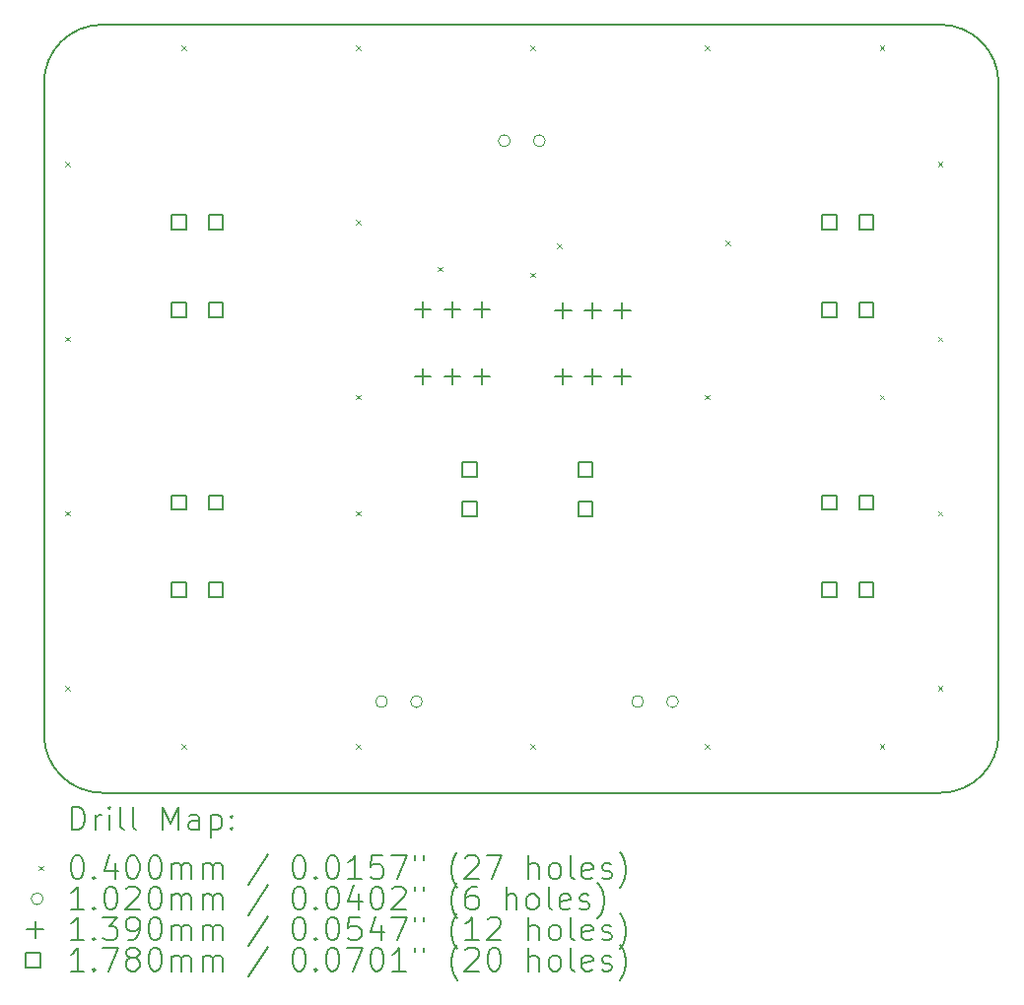
<source format=gbr>
%TF.GenerationSoftware,KiCad,Pcbnew,7.0.2*%
%TF.CreationDate,2023-09-20T10:41:03-05:00*%
%TF.ProjectId,Power-Secondary,506f7765-722d-4536-9563-6f6e64617279,rev?*%
%TF.SameCoordinates,Original*%
%TF.FileFunction,Drillmap*%
%TF.FilePolarity,Positive*%
%FSLAX45Y45*%
G04 Gerber Fmt 4.5, Leading zero omitted, Abs format (unit mm)*
G04 Created by KiCad (PCBNEW 7.0.2) date 2023-09-20 10:41:03*
%MOMM*%
%LPD*%
G01*
G04 APERTURE LIST*
%ADD10C,0.150000*%
%ADD11C,0.200000*%
%ADD12C,0.040000*%
%ADD13C,0.102000*%
%ADD14C,0.139000*%
%ADD15C,0.178000*%
G04 APERTURE END LIST*
D10*
X17000000Y-4800000D02*
X17000000Y-10400000D01*
X16500000Y-10900000D02*
G75*
G03*
X17000000Y-10400000I0J500000D01*
G01*
X9300000Y-4300000D02*
G75*
G03*
X8800000Y-4800000I0J-500000D01*
G01*
X17000000Y-4800000D02*
G75*
G03*
X16500000Y-4300000I-500000J0D01*
G01*
X9300000Y-4300000D02*
X16500000Y-4300000D01*
X9300000Y-10900000D02*
X16500000Y-10900000D01*
X8800000Y-4800000D02*
X8800000Y-10400000D01*
X8800000Y-10400000D02*
G75*
G03*
X9300000Y-10900000I500000J0D01*
G01*
D11*
D12*
X8980000Y-5480000D02*
X9020000Y-5520000D01*
X9020000Y-5480000D02*
X8980000Y-5520000D01*
X8980000Y-6980000D02*
X9020000Y-7020000D01*
X9020000Y-6980000D02*
X8980000Y-7020000D01*
X8980000Y-8480000D02*
X9020000Y-8520000D01*
X9020000Y-8480000D02*
X8980000Y-8520000D01*
X8980000Y-9980000D02*
X9020000Y-10020000D01*
X9020000Y-9980000D02*
X8980000Y-10020000D01*
X9980000Y-4480000D02*
X10020000Y-4520000D01*
X10020000Y-4480000D02*
X9980000Y-4520000D01*
X9980000Y-10480000D02*
X10020000Y-10520000D01*
X10020000Y-10480000D02*
X9980000Y-10520000D01*
X11480000Y-4480000D02*
X11520000Y-4520000D01*
X11520000Y-4480000D02*
X11480000Y-4520000D01*
X11480000Y-5980000D02*
X11520000Y-6020000D01*
X11520000Y-5980000D02*
X11480000Y-6020000D01*
X11480000Y-7480000D02*
X11520000Y-7520000D01*
X11520000Y-7480000D02*
X11480000Y-7520000D01*
X11480000Y-8480000D02*
X11520000Y-8520000D01*
X11520000Y-8480000D02*
X11480000Y-8520000D01*
X11480000Y-10480000D02*
X11520000Y-10520000D01*
X11520000Y-10480000D02*
X11480000Y-10520000D01*
X12180000Y-6380000D02*
X12220000Y-6420000D01*
X12220000Y-6380000D02*
X12180000Y-6420000D01*
X12980000Y-4480000D02*
X13020000Y-4520000D01*
X13020000Y-4480000D02*
X12980000Y-4520000D01*
X12980000Y-6430000D02*
X13020000Y-6470000D01*
X13020000Y-6430000D02*
X12980000Y-6470000D01*
X12980000Y-10480000D02*
X13020000Y-10520000D01*
X13020000Y-10480000D02*
X12980000Y-10520000D01*
X13205000Y-6180000D02*
X13245000Y-6220000D01*
X13245000Y-6180000D02*
X13205000Y-6220000D01*
X14480000Y-4480000D02*
X14520000Y-4520000D01*
X14520000Y-4480000D02*
X14480000Y-4520000D01*
X14480000Y-7480000D02*
X14520000Y-7520000D01*
X14520000Y-7480000D02*
X14480000Y-7520000D01*
X14480000Y-10480000D02*
X14520000Y-10520000D01*
X14520000Y-10480000D02*
X14480000Y-10520000D01*
X14655000Y-6155000D02*
X14695000Y-6195000D01*
X14695000Y-6155000D02*
X14655000Y-6195000D01*
X15980000Y-4480000D02*
X16020000Y-4520000D01*
X16020000Y-4480000D02*
X15980000Y-4520000D01*
X15980000Y-7480000D02*
X16020000Y-7520000D01*
X16020000Y-7480000D02*
X15980000Y-7520000D01*
X15980000Y-10480000D02*
X16020000Y-10520000D01*
X16020000Y-10480000D02*
X15980000Y-10520000D01*
X16480000Y-5480000D02*
X16520000Y-5520000D01*
X16520000Y-5480000D02*
X16480000Y-5520000D01*
X16480000Y-6980000D02*
X16520000Y-7020000D01*
X16520000Y-6980000D02*
X16480000Y-7020000D01*
X16480000Y-8480000D02*
X16520000Y-8520000D01*
X16520000Y-8480000D02*
X16480000Y-8520000D01*
X16480000Y-9980000D02*
X16520000Y-10020000D01*
X16520000Y-9980000D02*
X16480000Y-10020000D01*
D13*
X11751000Y-10116500D02*
G75*
G03*
X11751000Y-10116500I-51000J0D01*
G01*
X12051000Y-10116500D02*
G75*
G03*
X12051000Y-10116500I-51000J0D01*
G01*
X12805900Y-5297300D02*
G75*
G03*
X12805900Y-5297300I-51000J0D01*
G01*
X13105900Y-5297300D02*
G75*
G03*
X13105900Y-5297300I-51000J0D01*
G01*
X13951000Y-10116500D02*
G75*
G03*
X13951000Y-10116500I-51000J0D01*
G01*
X14251000Y-10116500D02*
G75*
G03*
X14251000Y-10116500I-51000J0D01*
G01*
D14*
X12054000Y-6679000D02*
X12054000Y-6818000D01*
X11984500Y-6748500D02*
X12123500Y-6748500D01*
X12054000Y-7250500D02*
X12054000Y-7389500D01*
X11984500Y-7320000D02*
X12123500Y-7320000D01*
X12308000Y-6679000D02*
X12308000Y-6818000D01*
X12238500Y-6748500D02*
X12377500Y-6748500D01*
X12308000Y-7250500D02*
X12308000Y-7389500D01*
X12238500Y-7320000D02*
X12377500Y-7320000D01*
X12562000Y-6679000D02*
X12562000Y-6818000D01*
X12492500Y-6748500D02*
X12631500Y-6748500D01*
X12562000Y-7250500D02*
X12562000Y-7389500D01*
X12492500Y-7320000D02*
X12631500Y-7320000D01*
X13260500Y-6683000D02*
X13260500Y-6822000D01*
X13191000Y-6752500D02*
X13330000Y-6752500D01*
X13260500Y-7250500D02*
X13260500Y-7389500D01*
X13191000Y-7320000D02*
X13330000Y-7320000D01*
X13514500Y-6683000D02*
X13514500Y-6822000D01*
X13445000Y-6752500D02*
X13584000Y-6752500D01*
X13514500Y-7250500D02*
X13514500Y-7389500D01*
X13445000Y-7320000D02*
X13584000Y-7320000D01*
X13768500Y-6683000D02*
X13768500Y-6822000D01*
X13699000Y-6752500D02*
X13838000Y-6752500D01*
X13768500Y-7250500D02*
X13768500Y-7389500D01*
X13699000Y-7320000D02*
X13838000Y-7320000D01*
D15*
X10020933Y-6062433D02*
X10020933Y-5936567D01*
X9895067Y-5936567D01*
X9895067Y-6062433D01*
X10020933Y-6062433D01*
X10020933Y-6811433D02*
X10020933Y-6685567D01*
X9895067Y-6685567D01*
X9895067Y-6811433D01*
X10020933Y-6811433D01*
X10020933Y-8468933D02*
X10020933Y-8343067D01*
X9895067Y-8343067D01*
X9895067Y-8468933D01*
X10020933Y-8468933D01*
X10020933Y-9217933D02*
X10020933Y-9092067D01*
X9895067Y-9092067D01*
X9895067Y-9217933D01*
X10020933Y-9217933D01*
X10338933Y-6062433D02*
X10338933Y-5936567D01*
X10213067Y-5936567D01*
X10213067Y-6062433D01*
X10338933Y-6062433D01*
X10338933Y-6811433D02*
X10338933Y-6685567D01*
X10213067Y-6685567D01*
X10213067Y-6811433D01*
X10338933Y-6811433D01*
X10338933Y-8468933D02*
X10338933Y-8343067D01*
X10213067Y-8343067D01*
X10213067Y-8468933D01*
X10338933Y-8468933D01*
X10338933Y-9217933D02*
X10338933Y-9092067D01*
X10213067Y-9092067D01*
X10213067Y-9217933D01*
X10338933Y-9217933D01*
X12521933Y-8185933D02*
X12521933Y-8060067D01*
X12396067Y-8060067D01*
X12396067Y-8185933D01*
X12521933Y-8185933D01*
X12521933Y-8525933D02*
X12521933Y-8400067D01*
X12396067Y-8400067D01*
X12396067Y-8525933D01*
X12521933Y-8525933D01*
X13513933Y-8185933D02*
X13513933Y-8060067D01*
X13388067Y-8060067D01*
X13388067Y-8185933D01*
X13513933Y-8185933D01*
X13513933Y-8525933D02*
X13513933Y-8400067D01*
X13388067Y-8400067D01*
X13388067Y-8525933D01*
X13513933Y-8525933D01*
X15609433Y-6062433D02*
X15609433Y-5936567D01*
X15483567Y-5936567D01*
X15483567Y-6062433D01*
X15609433Y-6062433D01*
X15609433Y-6811433D02*
X15609433Y-6685567D01*
X15483567Y-6685567D01*
X15483567Y-6811433D01*
X15609433Y-6811433D01*
X15609433Y-8468933D02*
X15609433Y-8343067D01*
X15483567Y-8343067D01*
X15483567Y-8468933D01*
X15609433Y-8468933D01*
X15609433Y-9217933D02*
X15609433Y-9092067D01*
X15483567Y-9092067D01*
X15483567Y-9217933D01*
X15609433Y-9217933D01*
X15927433Y-6062433D02*
X15927433Y-5936567D01*
X15801567Y-5936567D01*
X15801567Y-6062433D01*
X15927433Y-6062433D01*
X15927433Y-6811433D02*
X15927433Y-6685567D01*
X15801567Y-6685567D01*
X15801567Y-6811433D01*
X15927433Y-6811433D01*
X15927433Y-8468933D02*
X15927433Y-8343067D01*
X15801567Y-8343067D01*
X15801567Y-8468933D01*
X15927433Y-8468933D01*
X15927433Y-9217933D02*
X15927433Y-9092067D01*
X15801567Y-9092067D01*
X15801567Y-9217933D01*
X15927433Y-9217933D01*
D11*
X9040119Y-11220024D02*
X9040119Y-11020024D01*
X9040119Y-11020024D02*
X9087738Y-11020024D01*
X9087738Y-11020024D02*
X9116310Y-11029548D01*
X9116310Y-11029548D02*
X9135357Y-11048595D01*
X9135357Y-11048595D02*
X9144881Y-11067643D01*
X9144881Y-11067643D02*
X9154405Y-11105738D01*
X9154405Y-11105738D02*
X9154405Y-11134310D01*
X9154405Y-11134310D02*
X9144881Y-11172405D01*
X9144881Y-11172405D02*
X9135357Y-11191452D01*
X9135357Y-11191452D02*
X9116310Y-11210500D01*
X9116310Y-11210500D02*
X9087738Y-11220024D01*
X9087738Y-11220024D02*
X9040119Y-11220024D01*
X9240119Y-11220024D02*
X9240119Y-11086690D01*
X9240119Y-11124786D02*
X9249643Y-11105738D01*
X9249643Y-11105738D02*
X9259167Y-11096214D01*
X9259167Y-11096214D02*
X9278214Y-11086690D01*
X9278214Y-11086690D02*
X9297262Y-11086690D01*
X9363929Y-11220024D02*
X9363929Y-11086690D01*
X9363929Y-11020024D02*
X9354405Y-11029548D01*
X9354405Y-11029548D02*
X9363929Y-11039071D01*
X9363929Y-11039071D02*
X9373452Y-11029548D01*
X9373452Y-11029548D02*
X9363929Y-11020024D01*
X9363929Y-11020024D02*
X9363929Y-11039071D01*
X9487738Y-11220024D02*
X9468690Y-11210500D01*
X9468690Y-11210500D02*
X9459167Y-11191452D01*
X9459167Y-11191452D02*
X9459167Y-11020024D01*
X9592500Y-11220024D02*
X9573452Y-11210500D01*
X9573452Y-11210500D02*
X9563929Y-11191452D01*
X9563929Y-11191452D02*
X9563929Y-11020024D01*
X9821071Y-11220024D02*
X9821071Y-11020024D01*
X9821071Y-11020024D02*
X9887738Y-11162881D01*
X9887738Y-11162881D02*
X9954405Y-11020024D01*
X9954405Y-11020024D02*
X9954405Y-11220024D01*
X10135357Y-11220024D02*
X10135357Y-11115262D01*
X10135357Y-11115262D02*
X10125833Y-11096214D01*
X10125833Y-11096214D02*
X10106786Y-11086690D01*
X10106786Y-11086690D02*
X10068690Y-11086690D01*
X10068690Y-11086690D02*
X10049643Y-11096214D01*
X10135357Y-11210500D02*
X10116310Y-11220024D01*
X10116310Y-11220024D02*
X10068690Y-11220024D01*
X10068690Y-11220024D02*
X10049643Y-11210500D01*
X10049643Y-11210500D02*
X10040119Y-11191452D01*
X10040119Y-11191452D02*
X10040119Y-11172405D01*
X10040119Y-11172405D02*
X10049643Y-11153357D01*
X10049643Y-11153357D02*
X10068690Y-11143833D01*
X10068690Y-11143833D02*
X10116310Y-11143833D01*
X10116310Y-11143833D02*
X10135357Y-11134310D01*
X10230595Y-11086690D02*
X10230595Y-11286690D01*
X10230595Y-11096214D02*
X10249643Y-11086690D01*
X10249643Y-11086690D02*
X10287738Y-11086690D01*
X10287738Y-11086690D02*
X10306786Y-11096214D01*
X10306786Y-11096214D02*
X10316310Y-11105738D01*
X10316310Y-11105738D02*
X10325833Y-11124786D01*
X10325833Y-11124786D02*
X10325833Y-11181929D01*
X10325833Y-11181929D02*
X10316310Y-11200976D01*
X10316310Y-11200976D02*
X10306786Y-11210500D01*
X10306786Y-11210500D02*
X10287738Y-11220024D01*
X10287738Y-11220024D02*
X10249643Y-11220024D01*
X10249643Y-11220024D02*
X10230595Y-11210500D01*
X10411548Y-11200976D02*
X10421071Y-11210500D01*
X10421071Y-11210500D02*
X10411548Y-11220024D01*
X10411548Y-11220024D02*
X10402024Y-11210500D01*
X10402024Y-11210500D02*
X10411548Y-11200976D01*
X10411548Y-11200976D02*
X10411548Y-11220024D01*
X10411548Y-11096214D02*
X10421071Y-11105738D01*
X10421071Y-11105738D02*
X10411548Y-11115262D01*
X10411548Y-11115262D02*
X10402024Y-11105738D01*
X10402024Y-11105738D02*
X10411548Y-11096214D01*
X10411548Y-11096214D02*
X10411548Y-11115262D01*
D12*
X8752500Y-11527500D02*
X8792500Y-11567500D01*
X8792500Y-11527500D02*
X8752500Y-11567500D01*
D11*
X9078214Y-11440024D02*
X9097262Y-11440024D01*
X9097262Y-11440024D02*
X9116310Y-11449548D01*
X9116310Y-11449548D02*
X9125833Y-11459071D01*
X9125833Y-11459071D02*
X9135357Y-11478119D01*
X9135357Y-11478119D02*
X9144881Y-11516214D01*
X9144881Y-11516214D02*
X9144881Y-11563833D01*
X9144881Y-11563833D02*
X9135357Y-11601928D01*
X9135357Y-11601928D02*
X9125833Y-11620976D01*
X9125833Y-11620976D02*
X9116310Y-11630500D01*
X9116310Y-11630500D02*
X9097262Y-11640024D01*
X9097262Y-11640024D02*
X9078214Y-11640024D01*
X9078214Y-11640024D02*
X9059167Y-11630500D01*
X9059167Y-11630500D02*
X9049643Y-11620976D01*
X9049643Y-11620976D02*
X9040119Y-11601928D01*
X9040119Y-11601928D02*
X9030595Y-11563833D01*
X9030595Y-11563833D02*
X9030595Y-11516214D01*
X9030595Y-11516214D02*
X9040119Y-11478119D01*
X9040119Y-11478119D02*
X9049643Y-11459071D01*
X9049643Y-11459071D02*
X9059167Y-11449548D01*
X9059167Y-11449548D02*
X9078214Y-11440024D01*
X9230595Y-11620976D02*
X9240119Y-11630500D01*
X9240119Y-11630500D02*
X9230595Y-11640024D01*
X9230595Y-11640024D02*
X9221071Y-11630500D01*
X9221071Y-11630500D02*
X9230595Y-11620976D01*
X9230595Y-11620976D02*
X9230595Y-11640024D01*
X9411548Y-11506690D02*
X9411548Y-11640024D01*
X9363929Y-11430500D02*
X9316310Y-11573357D01*
X9316310Y-11573357D02*
X9440119Y-11573357D01*
X9554405Y-11440024D02*
X9573452Y-11440024D01*
X9573452Y-11440024D02*
X9592500Y-11449548D01*
X9592500Y-11449548D02*
X9602024Y-11459071D01*
X9602024Y-11459071D02*
X9611548Y-11478119D01*
X9611548Y-11478119D02*
X9621071Y-11516214D01*
X9621071Y-11516214D02*
X9621071Y-11563833D01*
X9621071Y-11563833D02*
X9611548Y-11601928D01*
X9611548Y-11601928D02*
X9602024Y-11620976D01*
X9602024Y-11620976D02*
X9592500Y-11630500D01*
X9592500Y-11630500D02*
X9573452Y-11640024D01*
X9573452Y-11640024D02*
X9554405Y-11640024D01*
X9554405Y-11640024D02*
X9535357Y-11630500D01*
X9535357Y-11630500D02*
X9525833Y-11620976D01*
X9525833Y-11620976D02*
X9516310Y-11601928D01*
X9516310Y-11601928D02*
X9506786Y-11563833D01*
X9506786Y-11563833D02*
X9506786Y-11516214D01*
X9506786Y-11516214D02*
X9516310Y-11478119D01*
X9516310Y-11478119D02*
X9525833Y-11459071D01*
X9525833Y-11459071D02*
X9535357Y-11449548D01*
X9535357Y-11449548D02*
X9554405Y-11440024D01*
X9744881Y-11440024D02*
X9763929Y-11440024D01*
X9763929Y-11440024D02*
X9782976Y-11449548D01*
X9782976Y-11449548D02*
X9792500Y-11459071D01*
X9792500Y-11459071D02*
X9802024Y-11478119D01*
X9802024Y-11478119D02*
X9811548Y-11516214D01*
X9811548Y-11516214D02*
X9811548Y-11563833D01*
X9811548Y-11563833D02*
X9802024Y-11601928D01*
X9802024Y-11601928D02*
X9792500Y-11620976D01*
X9792500Y-11620976D02*
X9782976Y-11630500D01*
X9782976Y-11630500D02*
X9763929Y-11640024D01*
X9763929Y-11640024D02*
X9744881Y-11640024D01*
X9744881Y-11640024D02*
X9725833Y-11630500D01*
X9725833Y-11630500D02*
X9716310Y-11620976D01*
X9716310Y-11620976D02*
X9706786Y-11601928D01*
X9706786Y-11601928D02*
X9697262Y-11563833D01*
X9697262Y-11563833D02*
X9697262Y-11516214D01*
X9697262Y-11516214D02*
X9706786Y-11478119D01*
X9706786Y-11478119D02*
X9716310Y-11459071D01*
X9716310Y-11459071D02*
X9725833Y-11449548D01*
X9725833Y-11449548D02*
X9744881Y-11440024D01*
X9897262Y-11640024D02*
X9897262Y-11506690D01*
X9897262Y-11525738D02*
X9906786Y-11516214D01*
X9906786Y-11516214D02*
X9925833Y-11506690D01*
X9925833Y-11506690D02*
X9954405Y-11506690D01*
X9954405Y-11506690D02*
X9973452Y-11516214D01*
X9973452Y-11516214D02*
X9982976Y-11535262D01*
X9982976Y-11535262D02*
X9982976Y-11640024D01*
X9982976Y-11535262D02*
X9992500Y-11516214D01*
X9992500Y-11516214D02*
X10011548Y-11506690D01*
X10011548Y-11506690D02*
X10040119Y-11506690D01*
X10040119Y-11506690D02*
X10059167Y-11516214D01*
X10059167Y-11516214D02*
X10068691Y-11535262D01*
X10068691Y-11535262D02*
X10068691Y-11640024D01*
X10163929Y-11640024D02*
X10163929Y-11506690D01*
X10163929Y-11525738D02*
X10173452Y-11516214D01*
X10173452Y-11516214D02*
X10192500Y-11506690D01*
X10192500Y-11506690D02*
X10221072Y-11506690D01*
X10221072Y-11506690D02*
X10240119Y-11516214D01*
X10240119Y-11516214D02*
X10249643Y-11535262D01*
X10249643Y-11535262D02*
X10249643Y-11640024D01*
X10249643Y-11535262D02*
X10259167Y-11516214D01*
X10259167Y-11516214D02*
X10278214Y-11506690D01*
X10278214Y-11506690D02*
X10306786Y-11506690D01*
X10306786Y-11506690D02*
X10325833Y-11516214D01*
X10325833Y-11516214D02*
X10335357Y-11535262D01*
X10335357Y-11535262D02*
X10335357Y-11640024D01*
X10725833Y-11430500D02*
X10554405Y-11687643D01*
X10982976Y-11440024D02*
X11002024Y-11440024D01*
X11002024Y-11440024D02*
X11021072Y-11449548D01*
X11021072Y-11449548D02*
X11030595Y-11459071D01*
X11030595Y-11459071D02*
X11040119Y-11478119D01*
X11040119Y-11478119D02*
X11049643Y-11516214D01*
X11049643Y-11516214D02*
X11049643Y-11563833D01*
X11049643Y-11563833D02*
X11040119Y-11601928D01*
X11040119Y-11601928D02*
X11030595Y-11620976D01*
X11030595Y-11620976D02*
X11021072Y-11630500D01*
X11021072Y-11630500D02*
X11002024Y-11640024D01*
X11002024Y-11640024D02*
X10982976Y-11640024D01*
X10982976Y-11640024D02*
X10963929Y-11630500D01*
X10963929Y-11630500D02*
X10954405Y-11620976D01*
X10954405Y-11620976D02*
X10944881Y-11601928D01*
X10944881Y-11601928D02*
X10935357Y-11563833D01*
X10935357Y-11563833D02*
X10935357Y-11516214D01*
X10935357Y-11516214D02*
X10944881Y-11478119D01*
X10944881Y-11478119D02*
X10954405Y-11459071D01*
X10954405Y-11459071D02*
X10963929Y-11449548D01*
X10963929Y-11449548D02*
X10982976Y-11440024D01*
X11135357Y-11620976D02*
X11144881Y-11630500D01*
X11144881Y-11630500D02*
X11135357Y-11640024D01*
X11135357Y-11640024D02*
X11125834Y-11630500D01*
X11125834Y-11630500D02*
X11135357Y-11620976D01*
X11135357Y-11620976D02*
X11135357Y-11640024D01*
X11268691Y-11440024D02*
X11287738Y-11440024D01*
X11287738Y-11440024D02*
X11306786Y-11449548D01*
X11306786Y-11449548D02*
X11316310Y-11459071D01*
X11316310Y-11459071D02*
X11325833Y-11478119D01*
X11325833Y-11478119D02*
X11335357Y-11516214D01*
X11335357Y-11516214D02*
X11335357Y-11563833D01*
X11335357Y-11563833D02*
X11325833Y-11601928D01*
X11325833Y-11601928D02*
X11316310Y-11620976D01*
X11316310Y-11620976D02*
X11306786Y-11630500D01*
X11306786Y-11630500D02*
X11287738Y-11640024D01*
X11287738Y-11640024D02*
X11268691Y-11640024D01*
X11268691Y-11640024D02*
X11249643Y-11630500D01*
X11249643Y-11630500D02*
X11240119Y-11620976D01*
X11240119Y-11620976D02*
X11230595Y-11601928D01*
X11230595Y-11601928D02*
X11221072Y-11563833D01*
X11221072Y-11563833D02*
X11221072Y-11516214D01*
X11221072Y-11516214D02*
X11230595Y-11478119D01*
X11230595Y-11478119D02*
X11240119Y-11459071D01*
X11240119Y-11459071D02*
X11249643Y-11449548D01*
X11249643Y-11449548D02*
X11268691Y-11440024D01*
X11525833Y-11640024D02*
X11411548Y-11640024D01*
X11468691Y-11640024D02*
X11468691Y-11440024D01*
X11468691Y-11440024D02*
X11449643Y-11468595D01*
X11449643Y-11468595D02*
X11430595Y-11487643D01*
X11430595Y-11487643D02*
X11411548Y-11497167D01*
X11706786Y-11440024D02*
X11611548Y-11440024D01*
X11611548Y-11440024D02*
X11602024Y-11535262D01*
X11602024Y-11535262D02*
X11611548Y-11525738D01*
X11611548Y-11525738D02*
X11630595Y-11516214D01*
X11630595Y-11516214D02*
X11678214Y-11516214D01*
X11678214Y-11516214D02*
X11697262Y-11525738D01*
X11697262Y-11525738D02*
X11706786Y-11535262D01*
X11706786Y-11535262D02*
X11716310Y-11554309D01*
X11716310Y-11554309D02*
X11716310Y-11601928D01*
X11716310Y-11601928D02*
X11706786Y-11620976D01*
X11706786Y-11620976D02*
X11697262Y-11630500D01*
X11697262Y-11630500D02*
X11678214Y-11640024D01*
X11678214Y-11640024D02*
X11630595Y-11640024D01*
X11630595Y-11640024D02*
X11611548Y-11630500D01*
X11611548Y-11630500D02*
X11602024Y-11620976D01*
X11782976Y-11440024D02*
X11916310Y-11440024D01*
X11916310Y-11440024D02*
X11830595Y-11640024D01*
X11982976Y-11440024D02*
X11982976Y-11478119D01*
X12059167Y-11440024D02*
X12059167Y-11478119D01*
X12354405Y-11716214D02*
X12344881Y-11706690D01*
X12344881Y-11706690D02*
X12325834Y-11678119D01*
X12325834Y-11678119D02*
X12316310Y-11659071D01*
X12316310Y-11659071D02*
X12306786Y-11630500D01*
X12306786Y-11630500D02*
X12297262Y-11582881D01*
X12297262Y-11582881D02*
X12297262Y-11544786D01*
X12297262Y-11544786D02*
X12306786Y-11497167D01*
X12306786Y-11497167D02*
X12316310Y-11468595D01*
X12316310Y-11468595D02*
X12325834Y-11449548D01*
X12325834Y-11449548D02*
X12344881Y-11420976D01*
X12344881Y-11420976D02*
X12354405Y-11411452D01*
X12421072Y-11459071D02*
X12430595Y-11449548D01*
X12430595Y-11449548D02*
X12449643Y-11440024D01*
X12449643Y-11440024D02*
X12497262Y-11440024D01*
X12497262Y-11440024D02*
X12516310Y-11449548D01*
X12516310Y-11449548D02*
X12525834Y-11459071D01*
X12525834Y-11459071D02*
X12535357Y-11478119D01*
X12535357Y-11478119D02*
X12535357Y-11497167D01*
X12535357Y-11497167D02*
X12525834Y-11525738D01*
X12525834Y-11525738D02*
X12411548Y-11640024D01*
X12411548Y-11640024D02*
X12535357Y-11640024D01*
X12602024Y-11440024D02*
X12735357Y-11440024D01*
X12735357Y-11440024D02*
X12649643Y-11640024D01*
X12963929Y-11640024D02*
X12963929Y-11440024D01*
X13049643Y-11640024D02*
X13049643Y-11535262D01*
X13049643Y-11535262D02*
X13040119Y-11516214D01*
X13040119Y-11516214D02*
X13021072Y-11506690D01*
X13021072Y-11506690D02*
X12992500Y-11506690D01*
X12992500Y-11506690D02*
X12973453Y-11516214D01*
X12973453Y-11516214D02*
X12963929Y-11525738D01*
X13173453Y-11640024D02*
X13154405Y-11630500D01*
X13154405Y-11630500D02*
X13144881Y-11620976D01*
X13144881Y-11620976D02*
X13135357Y-11601928D01*
X13135357Y-11601928D02*
X13135357Y-11544786D01*
X13135357Y-11544786D02*
X13144881Y-11525738D01*
X13144881Y-11525738D02*
X13154405Y-11516214D01*
X13154405Y-11516214D02*
X13173453Y-11506690D01*
X13173453Y-11506690D02*
X13202024Y-11506690D01*
X13202024Y-11506690D02*
X13221072Y-11516214D01*
X13221072Y-11516214D02*
X13230596Y-11525738D01*
X13230596Y-11525738D02*
X13240119Y-11544786D01*
X13240119Y-11544786D02*
X13240119Y-11601928D01*
X13240119Y-11601928D02*
X13230596Y-11620976D01*
X13230596Y-11620976D02*
X13221072Y-11630500D01*
X13221072Y-11630500D02*
X13202024Y-11640024D01*
X13202024Y-11640024D02*
X13173453Y-11640024D01*
X13354405Y-11640024D02*
X13335357Y-11630500D01*
X13335357Y-11630500D02*
X13325834Y-11611452D01*
X13325834Y-11611452D02*
X13325834Y-11440024D01*
X13506786Y-11630500D02*
X13487738Y-11640024D01*
X13487738Y-11640024D02*
X13449643Y-11640024D01*
X13449643Y-11640024D02*
X13430596Y-11630500D01*
X13430596Y-11630500D02*
X13421072Y-11611452D01*
X13421072Y-11611452D02*
X13421072Y-11535262D01*
X13421072Y-11535262D02*
X13430596Y-11516214D01*
X13430596Y-11516214D02*
X13449643Y-11506690D01*
X13449643Y-11506690D02*
X13487738Y-11506690D01*
X13487738Y-11506690D02*
X13506786Y-11516214D01*
X13506786Y-11516214D02*
X13516310Y-11535262D01*
X13516310Y-11535262D02*
X13516310Y-11554309D01*
X13516310Y-11554309D02*
X13421072Y-11573357D01*
X13592500Y-11630500D02*
X13611548Y-11640024D01*
X13611548Y-11640024D02*
X13649643Y-11640024D01*
X13649643Y-11640024D02*
X13668691Y-11630500D01*
X13668691Y-11630500D02*
X13678215Y-11611452D01*
X13678215Y-11611452D02*
X13678215Y-11601928D01*
X13678215Y-11601928D02*
X13668691Y-11582881D01*
X13668691Y-11582881D02*
X13649643Y-11573357D01*
X13649643Y-11573357D02*
X13621072Y-11573357D01*
X13621072Y-11573357D02*
X13602024Y-11563833D01*
X13602024Y-11563833D02*
X13592500Y-11544786D01*
X13592500Y-11544786D02*
X13592500Y-11535262D01*
X13592500Y-11535262D02*
X13602024Y-11516214D01*
X13602024Y-11516214D02*
X13621072Y-11506690D01*
X13621072Y-11506690D02*
X13649643Y-11506690D01*
X13649643Y-11506690D02*
X13668691Y-11516214D01*
X13744881Y-11716214D02*
X13754405Y-11706690D01*
X13754405Y-11706690D02*
X13773453Y-11678119D01*
X13773453Y-11678119D02*
X13782977Y-11659071D01*
X13782977Y-11659071D02*
X13792500Y-11630500D01*
X13792500Y-11630500D02*
X13802024Y-11582881D01*
X13802024Y-11582881D02*
X13802024Y-11544786D01*
X13802024Y-11544786D02*
X13792500Y-11497167D01*
X13792500Y-11497167D02*
X13782977Y-11468595D01*
X13782977Y-11468595D02*
X13773453Y-11449548D01*
X13773453Y-11449548D02*
X13754405Y-11420976D01*
X13754405Y-11420976D02*
X13744881Y-11411452D01*
D13*
X8792500Y-11811500D02*
G75*
G03*
X8792500Y-11811500I-51000J0D01*
G01*
D11*
X9144881Y-11904024D02*
X9030595Y-11904024D01*
X9087738Y-11904024D02*
X9087738Y-11704024D01*
X9087738Y-11704024D02*
X9068690Y-11732595D01*
X9068690Y-11732595D02*
X9049643Y-11751643D01*
X9049643Y-11751643D02*
X9030595Y-11761167D01*
X9230595Y-11884976D02*
X9240119Y-11894500D01*
X9240119Y-11894500D02*
X9230595Y-11904024D01*
X9230595Y-11904024D02*
X9221071Y-11894500D01*
X9221071Y-11894500D02*
X9230595Y-11884976D01*
X9230595Y-11884976D02*
X9230595Y-11904024D01*
X9363929Y-11704024D02*
X9382976Y-11704024D01*
X9382976Y-11704024D02*
X9402024Y-11713548D01*
X9402024Y-11713548D02*
X9411548Y-11723071D01*
X9411548Y-11723071D02*
X9421071Y-11742119D01*
X9421071Y-11742119D02*
X9430595Y-11780214D01*
X9430595Y-11780214D02*
X9430595Y-11827833D01*
X9430595Y-11827833D02*
X9421071Y-11865928D01*
X9421071Y-11865928D02*
X9411548Y-11884976D01*
X9411548Y-11884976D02*
X9402024Y-11894500D01*
X9402024Y-11894500D02*
X9382976Y-11904024D01*
X9382976Y-11904024D02*
X9363929Y-11904024D01*
X9363929Y-11904024D02*
X9344881Y-11894500D01*
X9344881Y-11894500D02*
X9335357Y-11884976D01*
X9335357Y-11884976D02*
X9325833Y-11865928D01*
X9325833Y-11865928D02*
X9316310Y-11827833D01*
X9316310Y-11827833D02*
X9316310Y-11780214D01*
X9316310Y-11780214D02*
X9325833Y-11742119D01*
X9325833Y-11742119D02*
X9335357Y-11723071D01*
X9335357Y-11723071D02*
X9344881Y-11713548D01*
X9344881Y-11713548D02*
X9363929Y-11704024D01*
X9506786Y-11723071D02*
X9516310Y-11713548D01*
X9516310Y-11713548D02*
X9535357Y-11704024D01*
X9535357Y-11704024D02*
X9582976Y-11704024D01*
X9582976Y-11704024D02*
X9602024Y-11713548D01*
X9602024Y-11713548D02*
X9611548Y-11723071D01*
X9611548Y-11723071D02*
X9621071Y-11742119D01*
X9621071Y-11742119D02*
X9621071Y-11761167D01*
X9621071Y-11761167D02*
X9611548Y-11789738D01*
X9611548Y-11789738D02*
X9497262Y-11904024D01*
X9497262Y-11904024D02*
X9621071Y-11904024D01*
X9744881Y-11704024D02*
X9763929Y-11704024D01*
X9763929Y-11704024D02*
X9782976Y-11713548D01*
X9782976Y-11713548D02*
X9792500Y-11723071D01*
X9792500Y-11723071D02*
X9802024Y-11742119D01*
X9802024Y-11742119D02*
X9811548Y-11780214D01*
X9811548Y-11780214D02*
X9811548Y-11827833D01*
X9811548Y-11827833D02*
X9802024Y-11865928D01*
X9802024Y-11865928D02*
X9792500Y-11884976D01*
X9792500Y-11884976D02*
X9782976Y-11894500D01*
X9782976Y-11894500D02*
X9763929Y-11904024D01*
X9763929Y-11904024D02*
X9744881Y-11904024D01*
X9744881Y-11904024D02*
X9725833Y-11894500D01*
X9725833Y-11894500D02*
X9716310Y-11884976D01*
X9716310Y-11884976D02*
X9706786Y-11865928D01*
X9706786Y-11865928D02*
X9697262Y-11827833D01*
X9697262Y-11827833D02*
X9697262Y-11780214D01*
X9697262Y-11780214D02*
X9706786Y-11742119D01*
X9706786Y-11742119D02*
X9716310Y-11723071D01*
X9716310Y-11723071D02*
X9725833Y-11713548D01*
X9725833Y-11713548D02*
X9744881Y-11704024D01*
X9897262Y-11904024D02*
X9897262Y-11770690D01*
X9897262Y-11789738D02*
X9906786Y-11780214D01*
X9906786Y-11780214D02*
X9925833Y-11770690D01*
X9925833Y-11770690D02*
X9954405Y-11770690D01*
X9954405Y-11770690D02*
X9973452Y-11780214D01*
X9973452Y-11780214D02*
X9982976Y-11799262D01*
X9982976Y-11799262D02*
X9982976Y-11904024D01*
X9982976Y-11799262D02*
X9992500Y-11780214D01*
X9992500Y-11780214D02*
X10011548Y-11770690D01*
X10011548Y-11770690D02*
X10040119Y-11770690D01*
X10040119Y-11770690D02*
X10059167Y-11780214D01*
X10059167Y-11780214D02*
X10068691Y-11799262D01*
X10068691Y-11799262D02*
X10068691Y-11904024D01*
X10163929Y-11904024D02*
X10163929Y-11770690D01*
X10163929Y-11789738D02*
X10173452Y-11780214D01*
X10173452Y-11780214D02*
X10192500Y-11770690D01*
X10192500Y-11770690D02*
X10221072Y-11770690D01*
X10221072Y-11770690D02*
X10240119Y-11780214D01*
X10240119Y-11780214D02*
X10249643Y-11799262D01*
X10249643Y-11799262D02*
X10249643Y-11904024D01*
X10249643Y-11799262D02*
X10259167Y-11780214D01*
X10259167Y-11780214D02*
X10278214Y-11770690D01*
X10278214Y-11770690D02*
X10306786Y-11770690D01*
X10306786Y-11770690D02*
X10325833Y-11780214D01*
X10325833Y-11780214D02*
X10335357Y-11799262D01*
X10335357Y-11799262D02*
X10335357Y-11904024D01*
X10725833Y-11694500D02*
X10554405Y-11951643D01*
X10982976Y-11704024D02*
X11002024Y-11704024D01*
X11002024Y-11704024D02*
X11021072Y-11713548D01*
X11021072Y-11713548D02*
X11030595Y-11723071D01*
X11030595Y-11723071D02*
X11040119Y-11742119D01*
X11040119Y-11742119D02*
X11049643Y-11780214D01*
X11049643Y-11780214D02*
X11049643Y-11827833D01*
X11049643Y-11827833D02*
X11040119Y-11865928D01*
X11040119Y-11865928D02*
X11030595Y-11884976D01*
X11030595Y-11884976D02*
X11021072Y-11894500D01*
X11021072Y-11894500D02*
X11002024Y-11904024D01*
X11002024Y-11904024D02*
X10982976Y-11904024D01*
X10982976Y-11904024D02*
X10963929Y-11894500D01*
X10963929Y-11894500D02*
X10954405Y-11884976D01*
X10954405Y-11884976D02*
X10944881Y-11865928D01*
X10944881Y-11865928D02*
X10935357Y-11827833D01*
X10935357Y-11827833D02*
X10935357Y-11780214D01*
X10935357Y-11780214D02*
X10944881Y-11742119D01*
X10944881Y-11742119D02*
X10954405Y-11723071D01*
X10954405Y-11723071D02*
X10963929Y-11713548D01*
X10963929Y-11713548D02*
X10982976Y-11704024D01*
X11135357Y-11884976D02*
X11144881Y-11894500D01*
X11144881Y-11894500D02*
X11135357Y-11904024D01*
X11135357Y-11904024D02*
X11125834Y-11894500D01*
X11125834Y-11894500D02*
X11135357Y-11884976D01*
X11135357Y-11884976D02*
X11135357Y-11904024D01*
X11268691Y-11704024D02*
X11287738Y-11704024D01*
X11287738Y-11704024D02*
X11306786Y-11713548D01*
X11306786Y-11713548D02*
X11316310Y-11723071D01*
X11316310Y-11723071D02*
X11325833Y-11742119D01*
X11325833Y-11742119D02*
X11335357Y-11780214D01*
X11335357Y-11780214D02*
X11335357Y-11827833D01*
X11335357Y-11827833D02*
X11325833Y-11865928D01*
X11325833Y-11865928D02*
X11316310Y-11884976D01*
X11316310Y-11884976D02*
X11306786Y-11894500D01*
X11306786Y-11894500D02*
X11287738Y-11904024D01*
X11287738Y-11904024D02*
X11268691Y-11904024D01*
X11268691Y-11904024D02*
X11249643Y-11894500D01*
X11249643Y-11894500D02*
X11240119Y-11884976D01*
X11240119Y-11884976D02*
X11230595Y-11865928D01*
X11230595Y-11865928D02*
X11221072Y-11827833D01*
X11221072Y-11827833D02*
X11221072Y-11780214D01*
X11221072Y-11780214D02*
X11230595Y-11742119D01*
X11230595Y-11742119D02*
X11240119Y-11723071D01*
X11240119Y-11723071D02*
X11249643Y-11713548D01*
X11249643Y-11713548D02*
X11268691Y-11704024D01*
X11506786Y-11770690D02*
X11506786Y-11904024D01*
X11459167Y-11694500D02*
X11411548Y-11837357D01*
X11411548Y-11837357D02*
X11535357Y-11837357D01*
X11649643Y-11704024D02*
X11668691Y-11704024D01*
X11668691Y-11704024D02*
X11687738Y-11713548D01*
X11687738Y-11713548D02*
X11697262Y-11723071D01*
X11697262Y-11723071D02*
X11706786Y-11742119D01*
X11706786Y-11742119D02*
X11716310Y-11780214D01*
X11716310Y-11780214D02*
X11716310Y-11827833D01*
X11716310Y-11827833D02*
X11706786Y-11865928D01*
X11706786Y-11865928D02*
X11697262Y-11884976D01*
X11697262Y-11884976D02*
X11687738Y-11894500D01*
X11687738Y-11894500D02*
X11668691Y-11904024D01*
X11668691Y-11904024D02*
X11649643Y-11904024D01*
X11649643Y-11904024D02*
X11630595Y-11894500D01*
X11630595Y-11894500D02*
X11621072Y-11884976D01*
X11621072Y-11884976D02*
X11611548Y-11865928D01*
X11611548Y-11865928D02*
X11602024Y-11827833D01*
X11602024Y-11827833D02*
X11602024Y-11780214D01*
X11602024Y-11780214D02*
X11611548Y-11742119D01*
X11611548Y-11742119D02*
X11621072Y-11723071D01*
X11621072Y-11723071D02*
X11630595Y-11713548D01*
X11630595Y-11713548D02*
X11649643Y-11704024D01*
X11792500Y-11723071D02*
X11802024Y-11713548D01*
X11802024Y-11713548D02*
X11821072Y-11704024D01*
X11821072Y-11704024D02*
X11868691Y-11704024D01*
X11868691Y-11704024D02*
X11887738Y-11713548D01*
X11887738Y-11713548D02*
X11897262Y-11723071D01*
X11897262Y-11723071D02*
X11906786Y-11742119D01*
X11906786Y-11742119D02*
X11906786Y-11761167D01*
X11906786Y-11761167D02*
X11897262Y-11789738D01*
X11897262Y-11789738D02*
X11782976Y-11904024D01*
X11782976Y-11904024D02*
X11906786Y-11904024D01*
X11982976Y-11704024D02*
X11982976Y-11742119D01*
X12059167Y-11704024D02*
X12059167Y-11742119D01*
X12354405Y-11980214D02*
X12344881Y-11970690D01*
X12344881Y-11970690D02*
X12325834Y-11942119D01*
X12325834Y-11942119D02*
X12316310Y-11923071D01*
X12316310Y-11923071D02*
X12306786Y-11894500D01*
X12306786Y-11894500D02*
X12297262Y-11846881D01*
X12297262Y-11846881D02*
X12297262Y-11808786D01*
X12297262Y-11808786D02*
X12306786Y-11761167D01*
X12306786Y-11761167D02*
X12316310Y-11732595D01*
X12316310Y-11732595D02*
X12325834Y-11713548D01*
X12325834Y-11713548D02*
X12344881Y-11684976D01*
X12344881Y-11684976D02*
X12354405Y-11675452D01*
X12516310Y-11704024D02*
X12478214Y-11704024D01*
X12478214Y-11704024D02*
X12459167Y-11713548D01*
X12459167Y-11713548D02*
X12449643Y-11723071D01*
X12449643Y-11723071D02*
X12430595Y-11751643D01*
X12430595Y-11751643D02*
X12421072Y-11789738D01*
X12421072Y-11789738D02*
X12421072Y-11865928D01*
X12421072Y-11865928D02*
X12430595Y-11884976D01*
X12430595Y-11884976D02*
X12440119Y-11894500D01*
X12440119Y-11894500D02*
X12459167Y-11904024D01*
X12459167Y-11904024D02*
X12497262Y-11904024D01*
X12497262Y-11904024D02*
X12516310Y-11894500D01*
X12516310Y-11894500D02*
X12525834Y-11884976D01*
X12525834Y-11884976D02*
X12535357Y-11865928D01*
X12535357Y-11865928D02*
X12535357Y-11818309D01*
X12535357Y-11818309D02*
X12525834Y-11799262D01*
X12525834Y-11799262D02*
X12516310Y-11789738D01*
X12516310Y-11789738D02*
X12497262Y-11780214D01*
X12497262Y-11780214D02*
X12459167Y-11780214D01*
X12459167Y-11780214D02*
X12440119Y-11789738D01*
X12440119Y-11789738D02*
X12430595Y-11799262D01*
X12430595Y-11799262D02*
X12421072Y-11818309D01*
X12773453Y-11904024D02*
X12773453Y-11704024D01*
X12859167Y-11904024D02*
X12859167Y-11799262D01*
X12859167Y-11799262D02*
X12849643Y-11780214D01*
X12849643Y-11780214D02*
X12830596Y-11770690D01*
X12830596Y-11770690D02*
X12802024Y-11770690D01*
X12802024Y-11770690D02*
X12782976Y-11780214D01*
X12782976Y-11780214D02*
X12773453Y-11789738D01*
X12982976Y-11904024D02*
X12963929Y-11894500D01*
X12963929Y-11894500D02*
X12954405Y-11884976D01*
X12954405Y-11884976D02*
X12944881Y-11865928D01*
X12944881Y-11865928D02*
X12944881Y-11808786D01*
X12944881Y-11808786D02*
X12954405Y-11789738D01*
X12954405Y-11789738D02*
X12963929Y-11780214D01*
X12963929Y-11780214D02*
X12982976Y-11770690D01*
X12982976Y-11770690D02*
X13011548Y-11770690D01*
X13011548Y-11770690D02*
X13030596Y-11780214D01*
X13030596Y-11780214D02*
X13040119Y-11789738D01*
X13040119Y-11789738D02*
X13049643Y-11808786D01*
X13049643Y-11808786D02*
X13049643Y-11865928D01*
X13049643Y-11865928D02*
X13040119Y-11884976D01*
X13040119Y-11884976D02*
X13030596Y-11894500D01*
X13030596Y-11894500D02*
X13011548Y-11904024D01*
X13011548Y-11904024D02*
X12982976Y-11904024D01*
X13163929Y-11904024D02*
X13144881Y-11894500D01*
X13144881Y-11894500D02*
X13135357Y-11875452D01*
X13135357Y-11875452D02*
X13135357Y-11704024D01*
X13316310Y-11894500D02*
X13297262Y-11904024D01*
X13297262Y-11904024D02*
X13259167Y-11904024D01*
X13259167Y-11904024D02*
X13240119Y-11894500D01*
X13240119Y-11894500D02*
X13230596Y-11875452D01*
X13230596Y-11875452D02*
X13230596Y-11799262D01*
X13230596Y-11799262D02*
X13240119Y-11780214D01*
X13240119Y-11780214D02*
X13259167Y-11770690D01*
X13259167Y-11770690D02*
X13297262Y-11770690D01*
X13297262Y-11770690D02*
X13316310Y-11780214D01*
X13316310Y-11780214D02*
X13325834Y-11799262D01*
X13325834Y-11799262D02*
X13325834Y-11818309D01*
X13325834Y-11818309D02*
X13230596Y-11837357D01*
X13402024Y-11894500D02*
X13421072Y-11904024D01*
X13421072Y-11904024D02*
X13459167Y-11904024D01*
X13459167Y-11904024D02*
X13478215Y-11894500D01*
X13478215Y-11894500D02*
X13487738Y-11875452D01*
X13487738Y-11875452D02*
X13487738Y-11865928D01*
X13487738Y-11865928D02*
X13478215Y-11846881D01*
X13478215Y-11846881D02*
X13459167Y-11837357D01*
X13459167Y-11837357D02*
X13430596Y-11837357D01*
X13430596Y-11837357D02*
X13411548Y-11827833D01*
X13411548Y-11827833D02*
X13402024Y-11808786D01*
X13402024Y-11808786D02*
X13402024Y-11799262D01*
X13402024Y-11799262D02*
X13411548Y-11780214D01*
X13411548Y-11780214D02*
X13430596Y-11770690D01*
X13430596Y-11770690D02*
X13459167Y-11770690D01*
X13459167Y-11770690D02*
X13478215Y-11780214D01*
X13554405Y-11980214D02*
X13563929Y-11970690D01*
X13563929Y-11970690D02*
X13582977Y-11942119D01*
X13582977Y-11942119D02*
X13592500Y-11923071D01*
X13592500Y-11923071D02*
X13602024Y-11894500D01*
X13602024Y-11894500D02*
X13611548Y-11846881D01*
X13611548Y-11846881D02*
X13611548Y-11808786D01*
X13611548Y-11808786D02*
X13602024Y-11761167D01*
X13602024Y-11761167D02*
X13592500Y-11732595D01*
X13592500Y-11732595D02*
X13582977Y-11713548D01*
X13582977Y-11713548D02*
X13563929Y-11684976D01*
X13563929Y-11684976D02*
X13554405Y-11675452D01*
D14*
X8723000Y-12006000D02*
X8723000Y-12145000D01*
X8653500Y-12075500D02*
X8792500Y-12075500D01*
D11*
X9144881Y-12168024D02*
X9030595Y-12168024D01*
X9087738Y-12168024D02*
X9087738Y-11968024D01*
X9087738Y-11968024D02*
X9068690Y-11996595D01*
X9068690Y-11996595D02*
X9049643Y-12015643D01*
X9049643Y-12015643D02*
X9030595Y-12025167D01*
X9230595Y-12148976D02*
X9240119Y-12158500D01*
X9240119Y-12158500D02*
X9230595Y-12168024D01*
X9230595Y-12168024D02*
X9221071Y-12158500D01*
X9221071Y-12158500D02*
X9230595Y-12148976D01*
X9230595Y-12148976D02*
X9230595Y-12168024D01*
X9306786Y-11968024D02*
X9430595Y-11968024D01*
X9430595Y-11968024D02*
X9363929Y-12044214D01*
X9363929Y-12044214D02*
X9392500Y-12044214D01*
X9392500Y-12044214D02*
X9411548Y-12053738D01*
X9411548Y-12053738D02*
X9421071Y-12063262D01*
X9421071Y-12063262D02*
X9430595Y-12082309D01*
X9430595Y-12082309D02*
X9430595Y-12129928D01*
X9430595Y-12129928D02*
X9421071Y-12148976D01*
X9421071Y-12148976D02*
X9411548Y-12158500D01*
X9411548Y-12158500D02*
X9392500Y-12168024D01*
X9392500Y-12168024D02*
X9335357Y-12168024D01*
X9335357Y-12168024D02*
X9316310Y-12158500D01*
X9316310Y-12158500D02*
X9306786Y-12148976D01*
X9525833Y-12168024D02*
X9563929Y-12168024D01*
X9563929Y-12168024D02*
X9582976Y-12158500D01*
X9582976Y-12158500D02*
X9592500Y-12148976D01*
X9592500Y-12148976D02*
X9611548Y-12120405D01*
X9611548Y-12120405D02*
X9621071Y-12082309D01*
X9621071Y-12082309D02*
X9621071Y-12006119D01*
X9621071Y-12006119D02*
X9611548Y-11987071D01*
X9611548Y-11987071D02*
X9602024Y-11977548D01*
X9602024Y-11977548D02*
X9582976Y-11968024D01*
X9582976Y-11968024D02*
X9544881Y-11968024D01*
X9544881Y-11968024D02*
X9525833Y-11977548D01*
X9525833Y-11977548D02*
X9516310Y-11987071D01*
X9516310Y-11987071D02*
X9506786Y-12006119D01*
X9506786Y-12006119D02*
X9506786Y-12053738D01*
X9506786Y-12053738D02*
X9516310Y-12072786D01*
X9516310Y-12072786D02*
X9525833Y-12082309D01*
X9525833Y-12082309D02*
X9544881Y-12091833D01*
X9544881Y-12091833D02*
X9582976Y-12091833D01*
X9582976Y-12091833D02*
X9602024Y-12082309D01*
X9602024Y-12082309D02*
X9611548Y-12072786D01*
X9611548Y-12072786D02*
X9621071Y-12053738D01*
X9744881Y-11968024D02*
X9763929Y-11968024D01*
X9763929Y-11968024D02*
X9782976Y-11977548D01*
X9782976Y-11977548D02*
X9792500Y-11987071D01*
X9792500Y-11987071D02*
X9802024Y-12006119D01*
X9802024Y-12006119D02*
X9811548Y-12044214D01*
X9811548Y-12044214D02*
X9811548Y-12091833D01*
X9811548Y-12091833D02*
X9802024Y-12129928D01*
X9802024Y-12129928D02*
X9792500Y-12148976D01*
X9792500Y-12148976D02*
X9782976Y-12158500D01*
X9782976Y-12158500D02*
X9763929Y-12168024D01*
X9763929Y-12168024D02*
X9744881Y-12168024D01*
X9744881Y-12168024D02*
X9725833Y-12158500D01*
X9725833Y-12158500D02*
X9716310Y-12148976D01*
X9716310Y-12148976D02*
X9706786Y-12129928D01*
X9706786Y-12129928D02*
X9697262Y-12091833D01*
X9697262Y-12091833D02*
X9697262Y-12044214D01*
X9697262Y-12044214D02*
X9706786Y-12006119D01*
X9706786Y-12006119D02*
X9716310Y-11987071D01*
X9716310Y-11987071D02*
X9725833Y-11977548D01*
X9725833Y-11977548D02*
X9744881Y-11968024D01*
X9897262Y-12168024D02*
X9897262Y-12034690D01*
X9897262Y-12053738D02*
X9906786Y-12044214D01*
X9906786Y-12044214D02*
X9925833Y-12034690D01*
X9925833Y-12034690D02*
X9954405Y-12034690D01*
X9954405Y-12034690D02*
X9973452Y-12044214D01*
X9973452Y-12044214D02*
X9982976Y-12063262D01*
X9982976Y-12063262D02*
X9982976Y-12168024D01*
X9982976Y-12063262D02*
X9992500Y-12044214D01*
X9992500Y-12044214D02*
X10011548Y-12034690D01*
X10011548Y-12034690D02*
X10040119Y-12034690D01*
X10040119Y-12034690D02*
X10059167Y-12044214D01*
X10059167Y-12044214D02*
X10068691Y-12063262D01*
X10068691Y-12063262D02*
X10068691Y-12168024D01*
X10163929Y-12168024D02*
X10163929Y-12034690D01*
X10163929Y-12053738D02*
X10173452Y-12044214D01*
X10173452Y-12044214D02*
X10192500Y-12034690D01*
X10192500Y-12034690D02*
X10221072Y-12034690D01*
X10221072Y-12034690D02*
X10240119Y-12044214D01*
X10240119Y-12044214D02*
X10249643Y-12063262D01*
X10249643Y-12063262D02*
X10249643Y-12168024D01*
X10249643Y-12063262D02*
X10259167Y-12044214D01*
X10259167Y-12044214D02*
X10278214Y-12034690D01*
X10278214Y-12034690D02*
X10306786Y-12034690D01*
X10306786Y-12034690D02*
X10325833Y-12044214D01*
X10325833Y-12044214D02*
X10335357Y-12063262D01*
X10335357Y-12063262D02*
X10335357Y-12168024D01*
X10725833Y-11958500D02*
X10554405Y-12215643D01*
X10982976Y-11968024D02*
X11002024Y-11968024D01*
X11002024Y-11968024D02*
X11021072Y-11977548D01*
X11021072Y-11977548D02*
X11030595Y-11987071D01*
X11030595Y-11987071D02*
X11040119Y-12006119D01*
X11040119Y-12006119D02*
X11049643Y-12044214D01*
X11049643Y-12044214D02*
X11049643Y-12091833D01*
X11049643Y-12091833D02*
X11040119Y-12129928D01*
X11040119Y-12129928D02*
X11030595Y-12148976D01*
X11030595Y-12148976D02*
X11021072Y-12158500D01*
X11021072Y-12158500D02*
X11002024Y-12168024D01*
X11002024Y-12168024D02*
X10982976Y-12168024D01*
X10982976Y-12168024D02*
X10963929Y-12158500D01*
X10963929Y-12158500D02*
X10954405Y-12148976D01*
X10954405Y-12148976D02*
X10944881Y-12129928D01*
X10944881Y-12129928D02*
X10935357Y-12091833D01*
X10935357Y-12091833D02*
X10935357Y-12044214D01*
X10935357Y-12044214D02*
X10944881Y-12006119D01*
X10944881Y-12006119D02*
X10954405Y-11987071D01*
X10954405Y-11987071D02*
X10963929Y-11977548D01*
X10963929Y-11977548D02*
X10982976Y-11968024D01*
X11135357Y-12148976D02*
X11144881Y-12158500D01*
X11144881Y-12158500D02*
X11135357Y-12168024D01*
X11135357Y-12168024D02*
X11125834Y-12158500D01*
X11125834Y-12158500D02*
X11135357Y-12148976D01*
X11135357Y-12148976D02*
X11135357Y-12168024D01*
X11268691Y-11968024D02*
X11287738Y-11968024D01*
X11287738Y-11968024D02*
X11306786Y-11977548D01*
X11306786Y-11977548D02*
X11316310Y-11987071D01*
X11316310Y-11987071D02*
X11325833Y-12006119D01*
X11325833Y-12006119D02*
X11335357Y-12044214D01*
X11335357Y-12044214D02*
X11335357Y-12091833D01*
X11335357Y-12091833D02*
X11325833Y-12129928D01*
X11325833Y-12129928D02*
X11316310Y-12148976D01*
X11316310Y-12148976D02*
X11306786Y-12158500D01*
X11306786Y-12158500D02*
X11287738Y-12168024D01*
X11287738Y-12168024D02*
X11268691Y-12168024D01*
X11268691Y-12168024D02*
X11249643Y-12158500D01*
X11249643Y-12158500D02*
X11240119Y-12148976D01*
X11240119Y-12148976D02*
X11230595Y-12129928D01*
X11230595Y-12129928D02*
X11221072Y-12091833D01*
X11221072Y-12091833D02*
X11221072Y-12044214D01*
X11221072Y-12044214D02*
X11230595Y-12006119D01*
X11230595Y-12006119D02*
X11240119Y-11987071D01*
X11240119Y-11987071D02*
X11249643Y-11977548D01*
X11249643Y-11977548D02*
X11268691Y-11968024D01*
X11516310Y-11968024D02*
X11421072Y-11968024D01*
X11421072Y-11968024D02*
X11411548Y-12063262D01*
X11411548Y-12063262D02*
X11421072Y-12053738D01*
X11421072Y-12053738D02*
X11440119Y-12044214D01*
X11440119Y-12044214D02*
X11487738Y-12044214D01*
X11487738Y-12044214D02*
X11506786Y-12053738D01*
X11506786Y-12053738D02*
X11516310Y-12063262D01*
X11516310Y-12063262D02*
X11525833Y-12082309D01*
X11525833Y-12082309D02*
X11525833Y-12129928D01*
X11525833Y-12129928D02*
X11516310Y-12148976D01*
X11516310Y-12148976D02*
X11506786Y-12158500D01*
X11506786Y-12158500D02*
X11487738Y-12168024D01*
X11487738Y-12168024D02*
X11440119Y-12168024D01*
X11440119Y-12168024D02*
X11421072Y-12158500D01*
X11421072Y-12158500D02*
X11411548Y-12148976D01*
X11697262Y-12034690D02*
X11697262Y-12168024D01*
X11649643Y-11958500D02*
X11602024Y-12101357D01*
X11602024Y-12101357D02*
X11725833Y-12101357D01*
X11782976Y-11968024D02*
X11916310Y-11968024D01*
X11916310Y-11968024D02*
X11830595Y-12168024D01*
X11982976Y-11968024D02*
X11982976Y-12006119D01*
X12059167Y-11968024D02*
X12059167Y-12006119D01*
X12354405Y-12244214D02*
X12344881Y-12234690D01*
X12344881Y-12234690D02*
X12325834Y-12206119D01*
X12325834Y-12206119D02*
X12316310Y-12187071D01*
X12316310Y-12187071D02*
X12306786Y-12158500D01*
X12306786Y-12158500D02*
X12297262Y-12110881D01*
X12297262Y-12110881D02*
X12297262Y-12072786D01*
X12297262Y-12072786D02*
X12306786Y-12025167D01*
X12306786Y-12025167D02*
X12316310Y-11996595D01*
X12316310Y-11996595D02*
X12325834Y-11977548D01*
X12325834Y-11977548D02*
X12344881Y-11948976D01*
X12344881Y-11948976D02*
X12354405Y-11939452D01*
X12535357Y-12168024D02*
X12421072Y-12168024D01*
X12478214Y-12168024D02*
X12478214Y-11968024D01*
X12478214Y-11968024D02*
X12459167Y-11996595D01*
X12459167Y-11996595D02*
X12440119Y-12015643D01*
X12440119Y-12015643D02*
X12421072Y-12025167D01*
X12611548Y-11987071D02*
X12621072Y-11977548D01*
X12621072Y-11977548D02*
X12640119Y-11968024D01*
X12640119Y-11968024D02*
X12687738Y-11968024D01*
X12687738Y-11968024D02*
X12706786Y-11977548D01*
X12706786Y-11977548D02*
X12716310Y-11987071D01*
X12716310Y-11987071D02*
X12725834Y-12006119D01*
X12725834Y-12006119D02*
X12725834Y-12025167D01*
X12725834Y-12025167D02*
X12716310Y-12053738D01*
X12716310Y-12053738D02*
X12602024Y-12168024D01*
X12602024Y-12168024D02*
X12725834Y-12168024D01*
X12963929Y-12168024D02*
X12963929Y-11968024D01*
X13049643Y-12168024D02*
X13049643Y-12063262D01*
X13049643Y-12063262D02*
X13040119Y-12044214D01*
X13040119Y-12044214D02*
X13021072Y-12034690D01*
X13021072Y-12034690D02*
X12992500Y-12034690D01*
X12992500Y-12034690D02*
X12973453Y-12044214D01*
X12973453Y-12044214D02*
X12963929Y-12053738D01*
X13173453Y-12168024D02*
X13154405Y-12158500D01*
X13154405Y-12158500D02*
X13144881Y-12148976D01*
X13144881Y-12148976D02*
X13135357Y-12129928D01*
X13135357Y-12129928D02*
X13135357Y-12072786D01*
X13135357Y-12072786D02*
X13144881Y-12053738D01*
X13144881Y-12053738D02*
X13154405Y-12044214D01*
X13154405Y-12044214D02*
X13173453Y-12034690D01*
X13173453Y-12034690D02*
X13202024Y-12034690D01*
X13202024Y-12034690D02*
X13221072Y-12044214D01*
X13221072Y-12044214D02*
X13230596Y-12053738D01*
X13230596Y-12053738D02*
X13240119Y-12072786D01*
X13240119Y-12072786D02*
X13240119Y-12129928D01*
X13240119Y-12129928D02*
X13230596Y-12148976D01*
X13230596Y-12148976D02*
X13221072Y-12158500D01*
X13221072Y-12158500D02*
X13202024Y-12168024D01*
X13202024Y-12168024D02*
X13173453Y-12168024D01*
X13354405Y-12168024D02*
X13335357Y-12158500D01*
X13335357Y-12158500D02*
X13325834Y-12139452D01*
X13325834Y-12139452D02*
X13325834Y-11968024D01*
X13506786Y-12158500D02*
X13487738Y-12168024D01*
X13487738Y-12168024D02*
X13449643Y-12168024D01*
X13449643Y-12168024D02*
X13430596Y-12158500D01*
X13430596Y-12158500D02*
X13421072Y-12139452D01*
X13421072Y-12139452D02*
X13421072Y-12063262D01*
X13421072Y-12063262D02*
X13430596Y-12044214D01*
X13430596Y-12044214D02*
X13449643Y-12034690D01*
X13449643Y-12034690D02*
X13487738Y-12034690D01*
X13487738Y-12034690D02*
X13506786Y-12044214D01*
X13506786Y-12044214D02*
X13516310Y-12063262D01*
X13516310Y-12063262D02*
X13516310Y-12082309D01*
X13516310Y-12082309D02*
X13421072Y-12101357D01*
X13592500Y-12158500D02*
X13611548Y-12168024D01*
X13611548Y-12168024D02*
X13649643Y-12168024D01*
X13649643Y-12168024D02*
X13668691Y-12158500D01*
X13668691Y-12158500D02*
X13678215Y-12139452D01*
X13678215Y-12139452D02*
X13678215Y-12129928D01*
X13678215Y-12129928D02*
X13668691Y-12110881D01*
X13668691Y-12110881D02*
X13649643Y-12101357D01*
X13649643Y-12101357D02*
X13621072Y-12101357D01*
X13621072Y-12101357D02*
X13602024Y-12091833D01*
X13602024Y-12091833D02*
X13592500Y-12072786D01*
X13592500Y-12072786D02*
X13592500Y-12063262D01*
X13592500Y-12063262D02*
X13602024Y-12044214D01*
X13602024Y-12044214D02*
X13621072Y-12034690D01*
X13621072Y-12034690D02*
X13649643Y-12034690D01*
X13649643Y-12034690D02*
X13668691Y-12044214D01*
X13744881Y-12244214D02*
X13754405Y-12234690D01*
X13754405Y-12234690D02*
X13773453Y-12206119D01*
X13773453Y-12206119D02*
X13782977Y-12187071D01*
X13782977Y-12187071D02*
X13792500Y-12158500D01*
X13792500Y-12158500D02*
X13802024Y-12110881D01*
X13802024Y-12110881D02*
X13802024Y-12072786D01*
X13802024Y-12072786D02*
X13792500Y-12025167D01*
X13792500Y-12025167D02*
X13782977Y-11996595D01*
X13782977Y-11996595D02*
X13773453Y-11977548D01*
X13773453Y-11977548D02*
X13754405Y-11948976D01*
X13754405Y-11948976D02*
X13744881Y-11939452D01*
D15*
X8766433Y-12402433D02*
X8766433Y-12276567D01*
X8640567Y-12276567D01*
X8640567Y-12402433D01*
X8766433Y-12402433D01*
D11*
X9144881Y-12432024D02*
X9030595Y-12432024D01*
X9087738Y-12432024D02*
X9087738Y-12232024D01*
X9087738Y-12232024D02*
X9068690Y-12260595D01*
X9068690Y-12260595D02*
X9049643Y-12279643D01*
X9049643Y-12279643D02*
X9030595Y-12289167D01*
X9230595Y-12412976D02*
X9240119Y-12422500D01*
X9240119Y-12422500D02*
X9230595Y-12432024D01*
X9230595Y-12432024D02*
X9221071Y-12422500D01*
X9221071Y-12422500D02*
X9230595Y-12412976D01*
X9230595Y-12412976D02*
X9230595Y-12432024D01*
X9306786Y-12232024D02*
X9440119Y-12232024D01*
X9440119Y-12232024D02*
X9354405Y-12432024D01*
X9544881Y-12317738D02*
X9525833Y-12308214D01*
X9525833Y-12308214D02*
X9516310Y-12298690D01*
X9516310Y-12298690D02*
X9506786Y-12279643D01*
X9506786Y-12279643D02*
X9506786Y-12270119D01*
X9506786Y-12270119D02*
X9516310Y-12251071D01*
X9516310Y-12251071D02*
X9525833Y-12241548D01*
X9525833Y-12241548D02*
X9544881Y-12232024D01*
X9544881Y-12232024D02*
X9582976Y-12232024D01*
X9582976Y-12232024D02*
X9602024Y-12241548D01*
X9602024Y-12241548D02*
X9611548Y-12251071D01*
X9611548Y-12251071D02*
X9621071Y-12270119D01*
X9621071Y-12270119D02*
X9621071Y-12279643D01*
X9621071Y-12279643D02*
X9611548Y-12298690D01*
X9611548Y-12298690D02*
X9602024Y-12308214D01*
X9602024Y-12308214D02*
X9582976Y-12317738D01*
X9582976Y-12317738D02*
X9544881Y-12317738D01*
X9544881Y-12317738D02*
X9525833Y-12327262D01*
X9525833Y-12327262D02*
X9516310Y-12336786D01*
X9516310Y-12336786D02*
X9506786Y-12355833D01*
X9506786Y-12355833D02*
X9506786Y-12393928D01*
X9506786Y-12393928D02*
X9516310Y-12412976D01*
X9516310Y-12412976D02*
X9525833Y-12422500D01*
X9525833Y-12422500D02*
X9544881Y-12432024D01*
X9544881Y-12432024D02*
X9582976Y-12432024D01*
X9582976Y-12432024D02*
X9602024Y-12422500D01*
X9602024Y-12422500D02*
X9611548Y-12412976D01*
X9611548Y-12412976D02*
X9621071Y-12393928D01*
X9621071Y-12393928D02*
X9621071Y-12355833D01*
X9621071Y-12355833D02*
X9611548Y-12336786D01*
X9611548Y-12336786D02*
X9602024Y-12327262D01*
X9602024Y-12327262D02*
X9582976Y-12317738D01*
X9744881Y-12232024D02*
X9763929Y-12232024D01*
X9763929Y-12232024D02*
X9782976Y-12241548D01*
X9782976Y-12241548D02*
X9792500Y-12251071D01*
X9792500Y-12251071D02*
X9802024Y-12270119D01*
X9802024Y-12270119D02*
X9811548Y-12308214D01*
X9811548Y-12308214D02*
X9811548Y-12355833D01*
X9811548Y-12355833D02*
X9802024Y-12393928D01*
X9802024Y-12393928D02*
X9792500Y-12412976D01*
X9792500Y-12412976D02*
X9782976Y-12422500D01*
X9782976Y-12422500D02*
X9763929Y-12432024D01*
X9763929Y-12432024D02*
X9744881Y-12432024D01*
X9744881Y-12432024D02*
X9725833Y-12422500D01*
X9725833Y-12422500D02*
X9716310Y-12412976D01*
X9716310Y-12412976D02*
X9706786Y-12393928D01*
X9706786Y-12393928D02*
X9697262Y-12355833D01*
X9697262Y-12355833D02*
X9697262Y-12308214D01*
X9697262Y-12308214D02*
X9706786Y-12270119D01*
X9706786Y-12270119D02*
X9716310Y-12251071D01*
X9716310Y-12251071D02*
X9725833Y-12241548D01*
X9725833Y-12241548D02*
X9744881Y-12232024D01*
X9897262Y-12432024D02*
X9897262Y-12298690D01*
X9897262Y-12317738D02*
X9906786Y-12308214D01*
X9906786Y-12308214D02*
X9925833Y-12298690D01*
X9925833Y-12298690D02*
X9954405Y-12298690D01*
X9954405Y-12298690D02*
X9973452Y-12308214D01*
X9973452Y-12308214D02*
X9982976Y-12327262D01*
X9982976Y-12327262D02*
X9982976Y-12432024D01*
X9982976Y-12327262D02*
X9992500Y-12308214D01*
X9992500Y-12308214D02*
X10011548Y-12298690D01*
X10011548Y-12298690D02*
X10040119Y-12298690D01*
X10040119Y-12298690D02*
X10059167Y-12308214D01*
X10059167Y-12308214D02*
X10068691Y-12327262D01*
X10068691Y-12327262D02*
X10068691Y-12432024D01*
X10163929Y-12432024D02*
X10163929Y-12298690D01*
X10163929Y-12317738D02*
X10173452Y-12308214D01*
X10173452Y-12308214D02*
X10192500Y-12298690D01*
X10192500Y-12298690D02*
X10221072Y-12298690D01*
X10221072Y-12298690D02*
X10240119Y-12308214D01*
X10240119Y-12308214D02*
X10249643Y-12327262D01*
X10249643Y-12327262D02*
X10249643Y-12432024D01*
X10249643Y-12327262D02*
X10259167Y-12308214D01*
X10259167Y-12308214D02*
X10278214Y-12298690D01*
X10278214Y-12298690D02*
X10306786Y-12298690D01*
X10306786Y-12298690D02*
X10325833Y-12308214D01*
X10325833Y-12308214D02*
X10335357Y-12327262D01*
X10335357Y-12327262D02*
X10335357Y-12432024D01*
X10725833Y-12222500D02*
X10554405Y-12479643D01*
X10982976Y-12232024D02*
X11002024Y-12232024D01*
X11002024Y-12232024D02*
X11021072Y-12241548D01*
X11021072Y-12241548D02*
X11030595Y-12251071D01*
X11030595Y-12251071D02*
X11040119Y-12270119D01*
X11040119Y-12270119D02*
X11049643Y-12308214D01*
X11049643Y-12308214D02*
X11049643Y-12355833D01*
X11049643Y-12355833D02*
X11040119Y-12393928D01*
X11040119Y-12393928D02*
X11030595Y-12412976D01*
X11030595Y-12412976D02*
X11021072Y-12422500D01*
X11021072Y-12422500D02*
X11002024Y-12432024D01*
X11002024Y-12432024D02*
X10982976Y-12432024D01*
X10982976Y-12432024D02*
X10963929Y-12422500D01*
X10963929Y-12422500D02*
X10954405Y-12412976D01*
X10954405Y-12412976D02*
X10944881Y-12393928D01*
X10944881Y-12393928D02*
X10935357Y-12355833D01*
X10935357Y-12355833D02*
X10935357Y-12308214D01*
X10935357Y-12308214D02*
X10944881Y-12270119D01*
X10944881Y-12270119D02*
X10954405Y-12251071D01*
X10954405Y-12251071D02*
X10963929Y-12241548D01*
X10963929Y-12241548D02*
X10982976Y-12232024D01*
X11135357Y-12412976D02*
X11144881Y-12422500D01*
X11144881Y-12422500D02*
X11135357Y-12432024D01*
X11135357Y-12432024D02*
X11125834Y-12422500D01*
X11125834Y-12422500D02*
X11135357Y-12412976D01*
X11135357Y-12412976D02*
X11135357Y-12432024D01*
X11268691Y-12232024D02*
X11287738Y-12232024D01*
X11287738Y-12232024D02*
X11306786Y-12241548D01*
X11306786Y-12241548D02*
X11316310Y-12251071D01*
X11316310Y-12251071D02*
X11325833Y-12270119D01*
X11325833Y-12270119D02*
X11335357Y-12308214D01*
X11335357Y-12308214D02*
X11335357Y-12355833D01*
X11335357Y-12355833D02*
X11325833Y-12393928D01*
X11325833Y-12393928D02*
X11316310Y-12412976D01*
X11316310Y-12412976D02*
X11306786Y-12422500D01*
X11306786Y-12422500D02*
X11287738Y-12432024D01*
X11287738Y-12432024D02*
X11268691Y-12432024D01*
X11268691Y-12432024D02*
X11249643Y-12422500D01*
X11249643Y-12422500D02*
X11240119Y-12412976D01*
X11240119Y-12412976D02*
X11230595Y-12393928D01*
X11230595Y-12393928D02*
X11221072Y-12355833D01*
X11221072Y-12355833D02*
X11221072Y-12308214D01*
X11221072Y-12308214D02*
X11230595Y-12270119D01*
X11230595Y-12270119D02*
X11240119Y-12251071D01*
X11240119Y-12251071D02*
X11249643Y-12241548D01*
X11249643Y-12241548D02*
X11268691Y-12232024D01*
X11402024Y-12232024D02*
X11535357Y-12232024D01*
X11535357Y-12232024D02*
X11449643Y-12432024D01*
X11649643Y-12232024D02*
X11668691Y-12232024D01*
X11668691Y-12232024D02*
X11687738Y-12241548D01*
X11687738Y-12241548D02*
X11697262Y-12251071D01*
X11697262Y-12251071D02*
X11706786Y-12270119D01*
X11706786Y-12270119D02*
X11716310Y-12308214D01*
X11716310Y-12308214D02*
X11716310Y-12355833D01*
X11716310Y-12355833D02*
X11706786Y-12393928D01*
X11706786Y-12393928D02*
X11697262Y-12412976D01*
X11697262Y-12412976D02*
X11687738Y-12422500D01*
X11687738Y-12422500D02*
X11668691Y-12432024D01*
X11668691Y-12432024D02*
X11649643Y-12432024D01*
X11649643Y-12432024D02*
X11630595Y-12422500D01*
X11630595Y-12422500D02*
X11621072Y-12412976D01*
X11621072Y-12412976D02*
X11611548Y-12393928D01*
X11611548Y-12393928D02*
X11602024Y-12355833D01*
X11602024Y-12355833D02*
X11602024Y-12308214D01*
X11602024Y-12308214D02*
X11611548Y-12270119D01*
X11611548Y-12270119D02*
X11621072Y-12251071D01*
X11621072Y-12251071D02*
X11630595Y-12241548D01*
X11630595Y-12241548D02*
X11649643Y-12232024D01*
X11906786Y-12432024D02*
X11792500Y-12432024D01*
X11849643Y-12432024D02*
X11849643Y-12232024D01*
X11849643Y-12232024D02*
X11830595Y-12260595D01*
X11830595Y-12260595D02*
X11811548Y-12279643D01*
X11811548Y-12279643D02*
X11792500Y-12289167D01*
X11982976Y-12232024D02*
X11982976Y-12270119D01*
X12059167Y-12232024D02*
X12059167Y-12270119D01*
X12354405Y-12508214D02*
X12344881Y-12498690D01*
X12344881Y-12498690D02*
X12325834Y-12470119D01*
X12325834Y-12470119D02*
X12316310Y-12451071D01*
X12316310Y-12451071D02*
X12306786Y-12422500D01*
X12306786Y-12422500D02*
X12297262Y-12374881D01*
X12297262Y-12374881D02*
X12297262Y-12336786D01*
X12297262Y-12336786D02*
X12306786Y-12289167D01*
X12306786Y-12289167D02*
X12316310Y-12260595D01*
X12316310Y-12260595D02*
X12325834Y-12241548D01*
X12325834Y-12241548D02*
X12344881Y-12212976D01*
X12344881Y-12212976D02*
X12354405Y-12203452D01*
X12421072Y-12251071D02*
X12430595Y-12241548D01*
X12430595Y-12241548D02*
X12449643Y-12232024D01*
X12449643Y-12232024D02*
X12497262Y-12232024D01*
X12497262Y-12232024D02*
X12516310Y-12241548D01*
X12516310Y-12241548D02*
X12525834Y-12251071D01*
X12525834Y-12251071D02*
X12535357Y-12270119D01*
X12535357Y-12270119D02*
X12535357Y-12289167D01*
X12535357Y-12289167D02*
X12525834Y-12317738D01*
X12525834Y-12317738D02*
X12411548Y-12432024D01*
X12411548Y-12432024D02*
X12535357Y-12432024D01*
X12659167Y-12232024D02*
X12678215Y-12232024D01*
X12678215Y-12232024D02*
X12697262Y-12241548D01*
X12697262Y-12241548D02*
X12706786Y-12251071D01*
X12706786Y-12251071D02*
X12716310Y-12270119D01*
X12716310Y-12270119D02*
X12725834Y-12308214D01*
X12725834Y-12308214D02*
X12725834Y-12355833D01*
X12725834Y-12355833D02*
X12716310Y-12393928D01*
X12716310Y-12393928D02*
X12706786Y-12412976D01*
X12706786Y-12412976D02*
X12697262Y-12422500D01*
X12697262Y-12422500D02*
X12678215Y-12432024D01*
X12678215Y-12432024D02*
X12659167Y-12432024D01*
X12659167Y-12432024D02*
X12640119Y-12422500D01*
X12640119Y-12422500D02*
X12630595Y-12412976D01*
X12630595Y-12412976D02*
X12621072Y-12393928D01*
X12621072Y-12393928D02*
X12611548Y-12355833D01*
X12611548Y-12355833D02*
X12611548Y-12308214D01*
X12611548Y-12308214D02*
X12621072Y-12270119D01*
X12621072Y-12270119D02*
X12630595Y-12251071D01*
X12630595Y-12251071D02*
X12640119Y-12241548D01*
X12640119Y-12241548D02*
X12659167Y-12232024D01*
X12963929Y-12432024D02*
X12963929Y-12232024D01*
X13049643Y-12432024D02*
X13049643Y-12327262D01*
X13049643Y-12327262D02*
X13040119Y-12308214D01*
X13040119Y-12308214D02*
X13021072Y-12298690D01*
X13021072Y-12298690D02*
X12992500Y-12298690D01*
X12992500Y-12298690D02*
X12973453Y-12308214D01*
X12973453Y-12308214D02*
X12963929Y-12317738D01*
X13173453Y-12432024D02*
X13154405Y-12422500D01*
X13154405Y-12422500D02*
X13144881Y-12412976D01*
X13144881Y-12412976D02*
X13135357Y-12393928D01*
X13135357Y-12393928D02*
X13135357Y-12336786D01*
X13135357Y-12336786D02*
X13144881Y-12317738D01*
X13144881Y-12317738D02*
X13154405Y-12308214D01*
X13154405Y-12308214D02*
X13173453Y-12298690D01*
X13173453Y-12298690D02*
X13202024Y-12298690D01*
X13202024Y-12298690D02*
X13221072Y-12308214D01*
X13221072Y-12308214D02*
X13230596Y-12317738D01*
X13230596Y-12317738D02*
X13240119Y-12336786D01*
X13240119Y-12336786D02*
X13240119Y-12393928D01*
X13240119Y-12393928D02*
X13230596Y-12412976D01*
X13230596Y-12412976D02*
X13221072Y-12422500D01*
X13221072Y-12422500D02*
X13202024Y-12432024D01*
X13202024Y-12432024D02*
X13173453Y-12432024D01*
X13354405Y-12432024D02*
X13335357Y-12422500D01*
X13335357Y-12422500D02*
X13325834Y-12403452D01*
X13325834Y-12403452D02*
X13325834Y-12232024D01*
X13506786Y-12422500D02*
X13487738Y-12432024D01*
X13487738Y-12432024D02*
X13449643Y-12432024D01*
X13449643Y-12432024D02*
X13430596Y-12422500D01*
X13430596Y-12422500D02*
X13421072Y-12403452D01*
X13421072Y-12403452D02*
X13421072Y-12327262D01*
X13421072Y-12327262D02*
X13430596Y-12308214D01*
X13430596Y-12308214D02*
X13449643Y-12298690D01*
X13449643Y-12298690D02*
X13487738Y-12298690D01*
X13487738Y-12298690D02*
X13506786Y-12308214D01*
X13506786Y-12308214D02*
X13516310Y-12327262D01*
X13516310Y-12327262D02*
X13516310Y-12346309D01*
X13516310Y-12346309D02*
X13421072Y-12365357D01*
X13592500Y-12422500D02*
X13611548Y-12432024D01*
X13611548Y-12432024D02*
X13649643Y-12432024D01*
X13649643Y-12432024D02*
X13668691Y-12422500D01*
X13668691Y-12422500D02*
X13678215Y-12403452D01*
X13678215Y-12403452D02*
X13678215Y-12393928D01*
X13678215Y-12393928D02*
X13668691Y-12374881D01*
X13668691Y-12374881D02*
X13649643Y-12365357D01*
X13649643Y-12365357D02*
X13621072Y-12365357D01*
X13621072Y-12365357D02*
X13602024Y-12355833D01*
X13602024Y-12355833D02*
X13592500Y-12336786D01*
X13592500Y-12336786D02*
X13592500Y-12327262D01*
X13592500Y-12327262D02*
X13602024Y-12308214D01*
X13602024Y-12308214D02*
X13621072Y-12298690D01*
X13621072Y-12298690D02*
X13649643Y-12298690D01*
X13649643Y-12298690D02*
X13668691Y-12308214D01*
X13744881Y-12508214D02*
X13754405Y-12498690D01*
X13754405Y-12498690D02*
X13773453Y-12470119D01*
X13773453Y-12470119D02*
X13782977Y-12451071D01*
X13782977Y-12451071D02*
X13792500Y-12422500D01*
X13792500Y-12422500D02*
X13802024Y-12374881D01*
X13802024Y-12374881D02*
X13802024Y-12336786D01*
X13802024Y-12336786D02*
X13792500Y-12289167D01*
X13792500Y-12289167D02*
X13782977Y-12260595D01*
X13782977Y-12260595D02*
X13773453Y-12241548D01*
X13773453Y-12241548D02*
X13754405Y-12212976D01*
X13754405Y-12212976D02*
X13744881Y-12203452D01*
M02*

</source>
